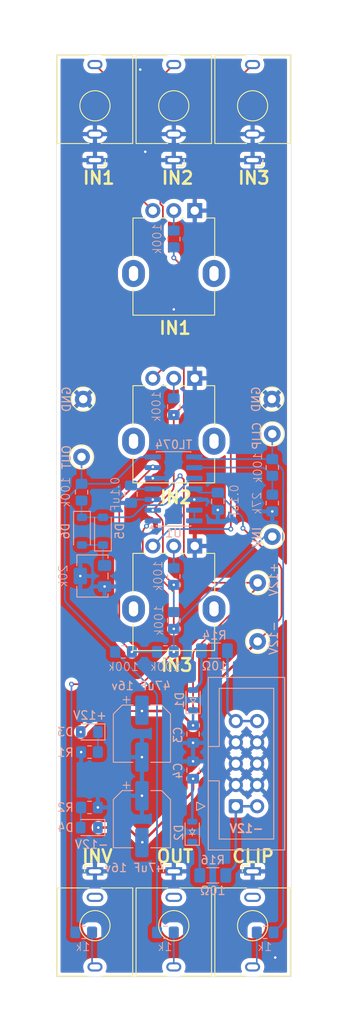
<source format=kicad_pcb>
(kicad_pcb (version 20241229) (generator "pcbnew") (generator_version "9.0")
  (layers (0 "F.Cu" signal) (4 "In1.Cu" signal) (6 "In2.Cu" signal) (2 "B.Cu" signal) (13 "F.Paste" user) (15 "B.Paste" user) (5 "F.SilkS" user "F.Silkscreen") (7 "B.SilkS" user "B.Silkscreen") (1 "F.Mask" user) (3 "B.Mask" user) (25 "Edge.Cuts" user))
  (net 0 "")
  (net 1 "GND")
  (net 2 "+12V")
  (net 3 "-12V")
  (net 4 "Net-(D1-A)")
  (net 5 "Net-(D2-K)")
  (net 6 "Net-(D3-K)")
  (net 7 "Net-(D4-A)")
  (net 8 "Net-(D5-K)")
  (net 9 "CLIP_DIODES")
  (net 10 "Net-(J2-PadT)")
  (net 11 "Net-(J3-PadT)")
  (net 12 "Net-(J4-PadT)")
  (net 13 "Net-(J5-PadT)")
  (net 15 "Net-(J6-PadT)")
  (net 17 "Net-(J7-PadT)")
  (net 19 "Net-(R3-Pad1)")
  (net 20 "Net-(U1A--)")
  (net 21 "Net-(R4-Pad1)")
  (net 22 "Net-(R5-Pad1)")
  (net 23 "INV_OUT")
  (net 24 "Net-(U1B--)")
  (net 25 "OUT")
  (net 26 "CLIP_OUT")
  (net 27 "Net-(U1C--)")
  (net 28 "Net-(U1D--)")
  (net 29 "Net-(J1-Pin_10)")
  (net 30 "Net-(J1-Pin_1)")
  (footprint "EurorackFootprints:Jack_3.5mm_WQP-PJ398SM_Vertical_Tight" (layer "F.Cu") (at 64 62.6 180)
    (property "Reference" "J3" (hide yes))
    (property "Value" "IN2")
  )
  (footprint "TestPoint:TestPoint_Keystone_5000-5004_Miniature" (layer "F.Cu") (at 74 120)
    (property "Reference" "TP2" (hide yes))
    (property "Value" "TP_-12V" (hide yes))
  )
  (footprint "Potentiometer_THT:Potentiometer_Alpha_RD901F-40-00D_Single_Vertical" (layer "F.Cu") (at 66.5 108.62 -90)
    (property "Reference" "RV3" (hide yes))
    (property "Value" "100k" (hide yes))
  )
  (footprint "EurorackFootprints:Jack_3.5mm_WQP-PJ398SM_Vertical_Tight" (layer "F.Cu") (at 54.6 147.42)
    (property "Reference" "J5" (hide yes))
    (property "Value" "INV OUT")
  )
  (footprint "EurorackFootprints:Jack_3.5mm_WQP-PJ398SM_Vertical_Tight" (layer "F.Cu") (at 73.4 62.6 180)
    (property "Reference" "J4" (hide yes))
    (property "Value" "IN3")
  )
  (footprint "TestPoint:TestPoint_Keystone_5000-5004_Miniature" (layer "F.Cu") (at 75.75 95.25)
    (property "Reference" "TP9" (hide yes))
    (property "Value" "TP_CLIP_OUT" (hide yes))
  )
  (footprint "TestPoint:TestPoint_Keystone_5000-5004_Miniature" (layer "F.Cu") (at 75.7 91.1)
    (property "Reference" "TP3" (hide yes))
    (property "Value" "TP_GND" (hide yes))
  )
  (footprint "TestPoint:TestPoint_Keystone_5000-5004_Miniature" (layer "F.Cu") (at 75.75 107.5)
    (property "Reference" "TP7" (hide yes))
    (property "Value" "TP_INV_OUT" (hide yes))
  )
  (footprint "EurorackFootprints:Jack_3.5mm_WQP-PJ398SM_Vertical_Tight" (layer "F.Cu") (at 73.4 147.42)
    (property "Reference" "J7" (hide yes))
    (property "Value" "CLIP OUT")
  )
  (footprint "EurorackFootprints:Jack_3.5mm_WQP-PJ398SM_Vertical_Tight" (layer "F.Cu") (at 64 147.42)
    (property "Reference" "J6" (hide yes))
    (property "Value" "OUT")
  )
  (footprint "Potentiometer_THT:Potentiometer_Alpha_RD901F-40-00D_Single_Vertical" (layer "F.Cu") (at 66.5 88.62 -90)
    (property "Reference" "RV2" (hide yes))
    (property "Value" "100k" (hide yes))
  )
  (footprint "TestPoint:TestPoint_Keystone_5000-5004_Miniature" (layer "F.Cu") (at 53 98)
    (property "Reference" "TP8" (hide yes))
    (property "Value" "TP_OUT" (hide yes))
  )
  (footprint "TestPoint:TestPoint_Keystone_5000-5004_Miniature" (layer "F.Cu") (at 74 113)
    (property "Reference" "TP1" (hide yes))
    (property "Value" "TP_+12V" (hide yes))
  )
  (footprint "Potentiometer_THT:Potentiometer_Alpha_RD901F-40-00D_Single_Vertical" (layer "F.Cu") (at 66.5 68.62 -90)
    (property "Reference" "RV1" (hide yes))
    (property "Value" "100k" (hide yes))
  )
  (footprint "TestPoint:TestPoint_Keystone_5000-5004_Miniature" (layer "F.Cu") (at 53.2 91.1)
    (property "Reference" "TP5" (hide yes))
    (property "Value" "TP_GND" (hide yes))
  )
  (footprint "EurorackFootprints:Jack_3.5mm_WQP-PJ398SM_Vertical_Tight" (layer "F.Cu") (at 54.6 62.6 180)
    (property "Reference" "J2" (hide yes))
    (property "Value" "IN1")
  )
  (footprint "EurorackFootprints:D_SOD-323F" (layer "B.Cu") (at 66.3 127 90)
    (property "Reference" "D1")
    (property "Value" "20V")
  )
  (footprint "Resistor_SMD:R_0805_2012Metric_Pad1.20x1.40mm_HandSolder" (layer "B.Cu") (at 63 154.7 180)
    (property "Reference" "R10" (hide yes))
    (property "Value" "1K" (hide yes))
  )
  (footprint "Resistor_SMD:R_0805_2012Metric_Pad1.20x1.40mm_HandSolder" (layer "B.Cu") (at 64 72 -90)
    (property "Reference" "R3" (hide yes))
    (property "Value" "100k" (hide yes))
  )
  (footprint "Resistor_SMD:R_0805_2012Metric_Pad1.20x1.40mm_HandSolder" (layer "B.Cu") (at 75.75 103.5 -90)
    (property "Reference" "R13" (hide yes))
    (property "Value" "27k" (hide yes))
  )
  (footprint "Capacitor_SMD:C_0805_2012Metric_Pad1.18x1.45mm_HandSolder" (layer "B.Cu") (at 66.3 131.05125 -90)
    (property "Reference" "C3")
    (property "Value" "0.1uF" (hide yes))
  )
  (footprint "Package_SO:SOIC-14_3.9x8.7mm_P1.27mm" (layer "B.Cu") (at 63.975 101.81)
    (property "Reference" "U1")
    (property "Value" "TL074")
  )
  (footprint "Resistor_SMD:R_0805_2012Metric_Pad1.20x1.40mm_HandSolder" (layer "B.Cu") (at 64 92 -90)
    (property "Reference" "R4" (hide yes))
    (property "Value" "100k" (hide yes))
  )
  (footprint "Capacitor_SMD:C_0805_2012Metric_Pad1.18x1.45mm_HandSolder" (layer "B.Cu") (at 69.25 103.2875 -90)
    (property "Reference" "C6" (hide yes))
    (property "Value" "0.1uF" (hide yes))
  )
  (footprint "LED_SMD:LED_0805_2012Metric_Pad1.15x1.40mm_HandSolder" (layer "B.Cu") (at 53.925 130.8 180)
    (property "Reference" "D3")
    (property "Value" "Red" (hide yes))
  )
  (footprint "Resistor_SMD:R_1206_3216Metric_Pad1.30x1.75mm_HandSolder" (layer "B.Cu") (at 68.85 121.1 180)
    (property "Reference" "R14")
    (property "Value" "10Ω")
  )
  (footprint "Resistor_SMD:R_0805_2012Metric_Pad1.20x1.40mm_HandSolder" (layer "B.Cu") (at 58 121.25 180)
    (property "Reference" "R8" (hide yes))
    (property "Value" "100k" (hide yes))
  )
  (footprint "Resistor_SMD:R_0805_2012Metric_Pad1.20x1.40mm_HandSolder" (layer "B.Cu") (at 53.9475 139.8 180)
    (property "Reference" "R2")
    (property "Value" "1k" (hide yes))
  )
  (footprint "Resistor_SMD:R_0805_2012Metric_Pad1.20x1.40mm_HandSolder" (layer "B.Cu") (at 64 112.25 -90)
    (property "Reference" "R5" (hide yes))
    (property "Value" "100k" (hide yes))
  )
  (footprint "Capacitor_SMD:CP_Elec_6.3x5.9" (layer "B.Cu") (at 60.2 131 -90)
    (property "Reference" "C1" (hide yes))
    (property "Value" "47uF 16v")
  )
  (footprint "Resistor_SMD:R_0805_2012Metric_Pad1.20x1.40mm_HandSolder" (layer "B.Cu") (at 53 102.2 -90)
    (property "Reference" "R15" (hide yes))
    (property "Value" "100k" (hide yes))
  )
  (footprint "EurorackFootprints:D_SOD-323F" (layer "B.Cu") (at 66.2 142.7 90)
    (property "Reference" "D2")
    (property "Value" "20V")
  )
  (footprint "Diode_SMD:D_SOD-123" (layer "B.Cu") (at 55.55 106.85 90)
    (property "Reference" "D5")
    (property "Value" "Signal" (hide yes))
  )
  (footprint "Potentiometer_SMD:Potentiometer_Bourns_3224W_Vertical" (layer "B.Cu") (at 54.3 112.2 90)
    (property "Reference" "RV4" (hide yes))
    (property "Value" "20k")
  )
  (footprint "Resistor_SMD:R_0805_2012Metric_Pad1.20x1.40mm_HandSolder" (layer "B.Cu") (at 53.9475 133.2 180)
    (property "Reference" "R1")
    (property "Value" "1k" (hide yes))
  )
  (footprint "Resistor_SMD:R_0805_2012Metric_Pad1.20x1.40mm_HandSolder" (layer "B.Cu") (at 75.75 99.25 90)
    (property "Reference" "R12" (hide yes))
    (property "Value" "100k" (hide yes))
  )
  (footprint "Resistor_SMD:R_0805_2012Metric_Pad1.20x1.40mm_HandSolder" (layer "B.Cu") (at 74.9 154.7)
    (property "Reference" "R11" (hide yes))
    (property "Value" "1K" (hide yes))
  )
  (footprint "Connector_IDC:IDC-Header_2x05_P2.54mm_Vertical" (layer "B.Cu") (at 71.4 139.66)
    (property "Reference" "J1" (hide yes))
    (property "Value" "Power Connector" (hide yes))
  )
  (footprint "Diode_SMD:D_SOD-123" (layer "B.Cu") (at 53.05 106.85 -90)
    (property "Reference" "D6")
    (property "Value" "Signal" (hide yes))
  )
  (footprint "Resistor_SMD:R_1206_3216Metric_Pad1.30x1.75mm_HandSolder" (layer "B.Cu") (at 68.65 147.9 180)
    (property "Reference" "R16")
    (property "Value" "10Ω")
  )
  (footprint "Resistor_SMD:R_0805_2012Metric_Pad1.20x1.40mm_HandSolder" (layer "B.Cu") (at 63 121.25 180)
    (property "Reference" "R7" (hide yes))
    (property "Value" "100k" (hide yes))
  )
  (footprint "Capacitor_SMD:C_0805_2012Metric_Pad1.18x1.45mm_HandSolder" (layer "B.Cu") (at 58.9 102.4375 -90)
    (property "Reference" "C5" (hide yes))
    (property "Value" "0.1uF" (hide yes))
  )
  (footprint "Resistor_SMD:R_0805_2012Metric_Pad1.20x1.40mm_HandSolder" (layer "B.Cu") (at 64 117.5 -90)
    (property "Reference" "R6" (hide yes))
    (property "Value" "100k" (hide yes))
  )
  (footprint "LED_SMD:LED_0805_2012Metric_Pad1.15x1.40mm_HandSolder" (layer "B.Cu") (at 53.925 142.2 180)
    (property "Reference" "D4")
    (property "Value" "Red" (hide yes))
  )
  (footprint "Capacitor_SMD:C_0805_2012Metric_Pad1.18x1.45mm_HandSolder" (layer "B.Cu") (at 66.3 135.3375 -90)
    (property "Reference" "C4")
    (property "Value" "0.1uF" (hide yes))
  )
  (footprint "Capacitor_SMD:CP_Elec_6.3x5.9" (layer "B.Cu") (at 60.2 141.2 -90)
    (property "Reference" "C2" (hide yes))
    (property "Value" "47uF 16v")
  )
  (footprint "Resistor_SMD:R_0805_2012Metric_Pad1.20x1.40mm_HandSolder" (layer "B.Cu") (at 53.256532 154.7 180)
    (property "Reference" "R9" (hide yes))
    (property "Value" "1K" (hide yes))
  )
  (gr_rect (start 50 50) (end 78 160) (stroke (width 0.05)) (fill no) (layer "Edge.Cuts"))
  (gr_text "INV" (at 52.9 146.5 0) (layer "F.SilkS") (effects (font (size 1.5 1.5) (thickness 0.3) (bold yes)) (justify left bottom)))
  (gr_text "CLIP" (at 70.8 146.5 0) (layer "F.SilkS") (effects (font (size 1.5 1.5) (thickness 0.3) (bold yes)) (justify left bottom)))
  (gr_text "OUT" (at 61.8 146.5 0) (layer "F.SilkS") (effects (font (size 1.5 1.5) (thickness 0.3) (bold yes)) (justify left bottom)))
  (gr_text "IN2" (at 62.4 65.6 0) (layer "F.SilkS") (effects (font (size 1.5 1.5) (thickness 0.3) (bold yes)) (justify left bottom)))
  (gr_text "IN2" (at 62.2 103.7 0) (layer "F.SilkS") (effects (font (size 1.5 1.5) (thickness 0.3) (bold yes)) (justify left bottom)))
  (gr_text "IN3" (at 62.3 123.7 0) (layer "F.SilkS") (effects (font (size 1.5 1.5) (thickness 0.3) (bold yes)) (justify left bottom)))
  (gr_text "IN1" (at 62.1 83.5 0) (layer "F.SilkS") (effects (font (size 1.5 1.5) (thickness 0.3) (bold yes)) (justify left bottom)))
  (gr_text "IN1\n" (at 53 65.6 0) (layer "F.SilkS") (effects (font (size 1.5 1.5) (thickness 0.3) (bold yes)) (justify left bottom)))
  (gr_text "IN3" (at 71.5 65.6 0) (layer "F.SilkS") (effects (font (size 1.5 1.5) (thickness 0.3) (bold yes)) (justify left bottom)))
  (gr_text "27k" (at 74.5 102.1 90) (layer "B.SilkS") (effects (font (size 1 1) (thickness 0.1)) (justify left bottom mirror)))
  (gr_text "-12V" (at 74.8 142.9 0) (layer "B.SilkS") (effects (font (size 1 1) (thickness 0.2) (bold yes)) (justify left bottom mirror)))
  (gr_text "100k" (at 62.8 115.6 90) (layer "B.SilkS") (effects (font (size 1 1) (thickness 0.1)) (justify left bottom mirror)))
  (gr_text "OUT\n" (at 51.8 96.5 90) (layer "B.SilkS") (effects (font (size 1 1)) (justify left bottom mirror)))
  (gr_text "-12V" (at 76.5 117.5 90) (layer "B.SilkS") (effects (font (size 1 1)) (justify left bottom mirror)))
  (gr_text "100k" (at 64.9 123.6 0) (layer "B.SilkS") (effects (font (size 1 1) (thickness 0.1)) (justify left bottom mirror)))
  (gr_text "CLIP" (at 74.5 93.75 90) (layer "B.SilkS") (effects (font (size 1 1)) (justify left bottom mirror)))
  (gr_text "-12V" (at 56.3 144.8 0) (layer "B.SilkS") (effects (font (size 1 1)) (justify left bottom mirror)))
  (gr_text "100k" (at 62.5 90.1 90) (layer "B.SilkS") (effects (font (size 1 1) (thickness 0.1)) (justify left bottom mirror)))
  (gr_text "1k" (at 54.1 157 0) (layer "B.SilkS") (effects (font (size 1 1) (thickness 0.1)) (justify left bottom mirror)))
  (gr_text "100k" (at 74.6 97.4 90) (layer "B.SilkS") (effects (font (size 1 1) (thickness 0.1)) (justify left bottom mirror)))
  (gr_text "GND" (at 51.8 89.5 90) (layer "B.SilkS") (effects (font (size 1 1)) (justify left bottom mirror)))
  (gr_text "0.1uF" (at 71.8 101.2 90) (layer "B.SilkS") (effects (font (size 1 1) (thickness 0.1)) (justify left bottom mirror)))
  (gr_text "100k" (at 51.7 100.3 90) (layer "B.SilkS") (effects (font (size 1 1) (thickness 0.1)) (justify left bottom mirror)))
  (gr_text "+12V" (at 76.5 110.5 90) (layer "B.SilkS") (effects (font (size 1 1)) (justify left bottom mirror)))
  (gr_text "+12V" (at 56.1 129.4 0) (layer "B.SilkS") (effects (font (size 1 1)) (justify left bottom mirror)))
  (gr_text "0.1uF" (at 57.6 100.3 90) (layer "B.SilkS") (effects (font (size 1 1) (thickness 0.1)) (justify left bottom mirror)))
  (gr_text "100k" (at 62.6 70.1 90) (layer "B.SilkS") (effects (font (size 1 1) (thickness 0.1)) (justify left bottom mirror)))
  (gr_text "1k" (at 75.8 157 0) (layer "B.SilkS") (effects (font (size 1 1) (thickness 0.1)) (justify left bottom mirror)))
  (gr_text "1k" (at 63.9 157 0) (layer "B.SilkS") (effects (font (size 1 1) (thickness 0.1)) (justify left bottom mirror)))
  (gr_text "100k" (at 62.7 110.3 90) (layer "B.SilkS") (effects (font (size 1 1) (thickness 0.1)) (justify left bottom mirror)))
  (gr_text "INV" (at 74.5 106.25 90) (layer "B.SilkS") (effects (font (size 1 1)) (justify left bottom mirror)))
  (gr_text "GND" (at 74.4 89.5 90) (layer "B.SilkS") (effects (font (size 1 1)) (justify left bottom mirror)))
  (gr_text "100k" (at 59.9 123.6 0) (layer "B.SilkS") (effects (font (size 1 1) (thickness 0.1)) (justify left bottom mirror)))
  (via (at 75.75 104.5) (size 0.6) (drill 0.3) (layers "F.Cu" "B.Cu") (net 1))
  (via (at 64 80.4) (size 0.6) (drill 0.3) (layers "F.Cu" "B.Cu") (net 1))
  (via (at 60.2 133.8) (size 0.6) (drill 0.3) (layers "F.Cu" "B.Cu") (net 1))
  (via (at 60.6 61.6) (size 0.6) (drill 0.3) (layers "F.Cu" "B.Cu") (net 1))
  (via (at 69.25 104.325) (size 0.6) (drill 0.3) (layers "F.Cu" "B.Cu") (net 1))
  (via (at 60.2 138.4) (size 0.6) (drill 0.3) (layers "F.Cu" "B.Cu") (net 1))
  (via (at 52.9475 133.2) (size 0.6) (drill 0.3) (layers "F.Cu" "B.Cu") (net 1))
  (via (at 66.45 103.08) (size 0.6) (drill 0.3) (layers "F.Cu" "B.Cu") (net 1))
  (via (at 54.9475 139.8) (size 0.6) (drill 0.3) (layers "F.Cu" "B.Cu") (net 1))
  (via (at 61.5 103.08) (size 0.6) (drill 0.3) (layers "F.Cu" "B.Cu") (net 1))
  (via (at 60 51.8) (size 0.6) (drill 0.3) (layers "F.Cu" "B.Cu") (net 1))
  (via (at 55.75 113.45) (size 0.6) (drill 0.3) (layers "F.Cu" "B.Cu") (net 1))
  (via (at 66.3 134.3) (size 0.6) (drill 0.3) (layers "F.Cu" "B.Cu") (net 1))
  (via (at 76.1 157.7) (size 0.6) (drill 0.3) (layers "F.Cu" "B.Cu") (net 1))
  (via (at 66.3 132.08875) (size 0.6) (drill 0.3) (layers "F.Cu" "B.Cu") (net 1))
  (via (at 61.5 100.54) (size 0.6) (drill 0.3) (layers "F.Cu" "B.Cu") (net 1))
  (via (at 52.85 112.2) (size 0.6) (drill 0.3) (layers "F.Cu" "B.Cu") (net 1))
  (segment (start 61.5 103.08) (end 59.295 103.08) (width 0.2) (layer "B.Cu") (net 1))
  (segment (start 59.295 103.08) (end 58.9 103.475) (width 0.2) (layer "B.Cu") (net 1))
  (segment (start 69.25 104.325) (end 68.297893 103.372893) (width 0.2) (layer "B.Cu") (net 1))
  (segment (start 67.590786 103.08) (end 66.45 103.08) (width 0.2) (layer "B.Cu") (net 1))
  (arc (start 68.297893 103.372893) (mid 67.97347 103.15612) (end 67.590786 103.08) (width 0.2) (layer "B.Cu") (net 1))
  (segment (start 65.201 109.308786) (end 65.201 100.701) (width 0.2) (layer "F.Cu") (net 2))
  (segment (start 74 113.529009) (end 74 113) (width 0.2) (layer "F.Cu") (net 2))
  (segment (start 60.2 128.3) (end 55.814214 128.3) (width 0.2) (layer "F.Cu") (net 2))
  (segment (start 66.3 130.01375) (end 66.3 121.643223) (width 0.2) (layer "F.Cu") (net 2))
  (segment (start 55.107107 128.592893) (end 52.9 130.8) (width 0.2) (layer "F.Cu") (net 2))
  (segment (start 60.2 128.3) (end 60.25 128.25) (width 0.2) (layer "F.Cu") (net 2))
  (segment (start 65.201 100.701) (end 64.75 100.25) (width 0.2) (layer "F.Cu") (net 2))
  (segment (start 68.185107 112.707107) (end 65.493893 110.015893) (width 0.2) (layer "F.Cu") (net 2))
  (segment (start 74 113) (end 68.892214 113) (width 0.2) (layer "F.Cu") (net 2))
  (segment (start 60.2 128.3) (end 64.172036 128.3) (width 0.3) (layer "F.Cu") (net 2))
  (segment (start 66.592893 120.936116) (end 74 113.529009) (width 0.2) (layer "F.Cu") (net 2))
  (segment (start 64.879143 128.592893) (end 66.3 130.01375) (width 0.3) (layer "F.Cu") (net 2))
  (via (at 60.2 128.3) (size 0.6) (drill 0.3) (layers "F.Cu" "B.Cu") (net 2))
  (via (at 52.9 130.8) (size 0.6) (drill 0.3) (layers "F.Cu" "B.Cu") (net 2))
  (via (at 64.75 100.25) (size 0.6) (drill 0.3) (layers "F.Cu" "B.Cu") (net 2))
  (via (at 66.3 130.01375) (size 0.6) (drill 0.3) (layers "F.Cu" "B.Cu") (net 2))
  (arc (start 68.185107 112.707107) (mid 68.50953 112.92388) (end 68.892214 113) (width 0.2) (layer "F.Cu") (net 2))
  (arc (start 65.201 109.308786) (mid 65.27712 109.691469) (end 65.493893 110.015893) (width 0.2) (layer "F.Cu") (net 2))
  (arc (start 55.814214 128.3) (mid 55.431531 128.37612) (end 55.107107 128.592893) (width 0.2) (layer "F.Cu") (net 2))
  (arc (start 66.3 121.643223) (mid 66.37612 121.26054) (end 66.592893 120.936116) (width 0.2) (layer "F.Cu") (net 2))
  (arc (start 64.172036 128.3) (mid 64.554719 128.37612) (end 64.879143 128.592893) (width 0.3) (layer "F.Cu") (net 2))
  (segment (start 59.31 101.81) (end 58.9 101.4) (width 0.2) (layer "B.Cu") (net 2))
  (segment (start 62.775786 101.81) (end 61.5 101.81) (width 0.2) (layer "B.Cu") (net 2))
  (segment (start 66.5 127.9) (end 66.4 127.9) (width 0.2) (layer "B.Cu") (net 2))
  (segment (start 66.3 130.01375) (end 66.3 128.1) (width 0.3) (layer "B.Cu") (net 2))
  (segment (start 61.5 101.81) (end 59.31 101.81) (width 0.2) (layer "B.Cu") (net 2))
  (segment (start 66.6 130) (end 66.5 130.1) (width 0.2) (layer "B.Cu") (net 2))
  (segment (start 60.2 128.2) (end 60.2 128.3) (width 0.2) (layer "B.Cu") (net 2))
  (segment (start 64.75 100.25) (end 63.482893 101.517107) (width 0.2) (layer "B.Cu") (net 2))
  (arc (start 62.775786 101.81) (mid 63.158469 101.73388) (end 63.482893 101.517107) (width 0.2) (layer "B.Cu") (net 2))
  (segment (start 69.292893 124.707107) (end 74 120) (width 0.3) (layer "F.Cu") (net 3))
  (segment (start 66.3 136.375) (end 68.707107 133.967893) (width 0.3) (layer "F.Cu") (net 3))
  (segment (start 60.25 143.95) (end 66.007107 138.192893) (width 0.3) (layer "F.Cu") (net 3))
  (segment (start 69 133.260786) (end 69 125.414214) (width 0.3) (layer "F.Cu") (net 3))
  (segment (start 55 142.2) (end 58.085786 142.2) (width 0.3) (layer "F.Cu") (net 3))
  (segment (start 76.849 116.736786) (end 76.849 111.513214) (width 0.2) (layer "F.Cu") (net 3))
  (segment (start 76.556107 110.806107) (end 72.25 106.5) (width 0.2) (layer "F.Cu") (net 3))
  (segment (start 74 120) (end 76.556107 117.443893) (width 0.2) (layer "F.Cu") (net 3))
  (segment (start 66.3 137.485786) (end 66.3 136.375) (width 0.3) (layer "F.Cu") (net 3))
  (segment (start 58.792893 142.492893) (end 60.25 143.95) (width 0.3) (layer "F.Cu") (net 3))
  (via (at 55 142.2) (size 0.6) (drill 0.3) (layers "F.Cu" "B.Cu") (net 3))
  (via (at 60.25 143.95) (size 0.6) (drill 0.3) (layers "F.Cu" "B.Cu") (net 3))
  (via (at 66.3 136.375) (size 0.6) (drill 0.3) (layers "F.Cu" "B.Cu") (net 3))
  (via (at 72.25 106.5) (size 0.6) (drill 0.3) (layers "F.Cu" "B.Cu") (net 3))
  (arc (start 68.707107 133.967893) (mid 68.92388 133.64347) (end 69 133.260786) (width 0.3) (layer "F.Cu") (net 3))
  (arc (start 76.849 111.513214) (mid 76.77288 111.130531) (end 76.556107 110.806107) (width 0.2) (layer "F.Cu") (net 3))
  (arc (start 69.292893 124.707107) (mid 69.07612 125.03153) (end 69 125.414214) (width 0.3) (layer "F.Cu") (net 3))
  (arc (start 66.007107 138.192893) (mid 66.22388 137.86847) (end 66.3 137.485786) (width 0.3) (layer "F.Cu") (net 3))
  (arc (start 58.085786 142.2) (mid 58.468469 142.27612) (end 58.792893 142.492893) (width 0.3) (layer "F.Cu") (net 3))
  (arc (start 76.849 116.736786) (mid 76.77288 117.119469) (end 76.556107 117.443893) (width 0.2) (layer "F.Cu") (net 3))
  (segment (start 72.25 106.5) (end 72.25 105.664214) (width 0.2) (layer "B.Cu") (net 3))
  (segment (start 66.2 136.475) (end 66.3 136.375) (width 0.2) (layer "B.Cu") (net 3))
  (segment (start 69.25 102.25) (end 67.304214 102.25) (width 0.2) (layer "B.Cu") (net 3))
  (segment (start 60.4 143.8) (end 60.2 144) (width 0.2) (layer "B.Cu") (net 3))
  (segment (start 54.95 142.2) (end 55 142.2) (width 0.2) (layer "B.Cu") (net 3))
  (segment (start 71.957107 104.957107) (end 69.25 102.25) (width 0.2) (layer "B.Cu") (net 3))
  (segment (start 66.2 141.6) (end 66.2 136.475) (width 0.3) (layer "B.Cu") (net 3))
  (segment (start 66.597107 101.957107) (end 66.45 101.81) (width 0.2) (layer "B.Cu") (net 3))
  (arc (start 67.304214 102.25) (mid 66.921531 102.17388) (end 66.597107 101.957107) (width 0.2) (layer "B.Cu") (net 3))
  (arc (start 72.25 105.664214) (mid 72.17388 105.281531) (end 71.957107 104.957107) (width 0.2) (layer "B.Cu") (net 3))
  (segment (start 67.3 121.1) (end 67.3 124.485786) (width 0.3) (layer "B.Cu") (net 4))
  (segment (start 67.007107 125.192893) (end 66.3 125.9) (width 0.3) (layer "B.Cu") (net 4))
  (arc (start 67.3 124.485786) (mid 67.22388 124.868469) (end 67.007107 125.192893) (width 0.3) (layer "B.Cu") (net 4))
  (segment (start 66.807107 144.407107) (end 66.2 143.8) (width 0.3) (layer "B.Cu") (net 5))
  (segment (start 67.1 147.9) (end 67.1 145.114214) (width 0.3) (layer "B.Cu") (net 5))
  (arc (start 66.807107 144.407107) (mid 67.02388 144.73153) (end 67.1 145.114214) (width 0.3) (layer "B.Cu") (net 5))
  (segment (start 54.95 133.1975) (end 54.9475 133.2) (width 0.2) (layer "B.Cu") (net 6))
  (segment (start 54.95 130.8) (end 54.95 133.1975) (width 0.2) (layer "B.Cu") (net 6))
  (segment (start 52.9 139.8475) (end 52.9475 139.8) (width 0.2) (layer "B.Cu") (net 7))
  (segment (start 52.9 142.2) (end 52.9 139.8475) (width 0.2) (layer "B.Cu") (net 7))
  (segment (start 55.55 108.5) (end 53.05 108.5) (width 0.2) (layer "B.Cu") (net 8))
  (segment (start 55.55 108.5) (end 55.55 110.75) (width 0.2) (layer "B.Cu") (net 8))
  (segment (start 66.103032 100.54) (end 66.45 100.54) (width 0.2) (layer "B.Cu") (net 9))
  (segment (start 59.325925 104.907107) (end 60.484032 103.749) (width 0.2) (layer "B.Cu") (net 9))
  (segment (start 53.05 105.2) (end 55.55 105.2) (width 0.2) (layer "B.Cu") (net 9))
  (segment (start 60.484032 103.749) (end 62.479818 103.749) (width 0.2) (layer "B.Cu") (net 9))
  (segment (start 55.75 105) (end 55.55 105.2) (width 0.2) (layer "B.Cu") (net 9))
  (segment (start 53 103.2) (end 53 105.15) (width 0.2) (layer "B.Cu") (net 9))
  (segment (start 55.55 105.2) (end 58.618818 105.2) (width 0.2) (layer "B.Cu") (net 9))
  (segment (start 66.45 100.54) (end 65.724968 100.54) (width 0.2) (layer "B.Cu") (net 9))
  (segment (start 63.186925 103.456107) (end 66.103032 100.54) (width 0.2) (layer "B.Cu") (net 9))
  (segment (start 55.731 105.019) (end 55.55 105.2) (width 0.2) (layer "B.Cu") (net 9))
  (arc (start 59.325925 104.907107) (mid 59.001502 105.12388) (end 58.618818 105.2) (width 0.2) (layer "B.Cu") (net 9))
  (arc (start 63.186925 103.456107) (mid 62.862502 103.67288) (end 62.479818 103.749) (width 0.2) (layer "B.Cu") (net 9))
  (segment (start 61.5 68.62) (end 58.68 65.8) (width 0.2) (layer "F.Cu") (net 10))
  (segment (start 58.68 55.28) (end 54.6 51.2) (width 0.2) (layer "F.Cu") (net 10))
  (segment (start 58.68 65.8) (end 58.68 55.28) (width 0.2) (layer "F.Cu") (net 10))
  (segment (start 62.393859 52.806141) (end 62.393859 67.815388) (width 0.2) (layer "F.Cu") (net 11))
  (segment (start 62.701 87.419) (end 61.5 88.62) (width 0.2) (layer "F.Cu") (net 11))
  (segment (start 64 51.2) (end 62.393859 52.806141) (width 0.2) (layer "F.Cu") (net 11))
  (segment (start 62.701 68.122529) (end 62.701 87.419) (width 0.2) (layer "F.Cu") (net 11))
  (segment (start 62.393859 67.815388) (end 62.701 68.122529) (width 0.2) (layer "F.Cu") (net 11))
  (segment (start 70.8 53.8) (end 70.8 106.6) (width 0.2) (layer "F.Cu") (net 12))
  (segment (start 73.4 51.2) (end 70.8 53.8) (width 0.2) (layer "F.Cu") (net 12))
  (via (at 70.8 106.6) (size 0.6) (drill 0.3) (layers "F.Cu" "B.Cu") (net 12))
  (segment (start 70.8 106.6) (end 63.52 106.6) (width 0.2) (layer "B.Cu") (net 12))
  (segment (start 63.52 106.6) (end 61.5 108.62) (width 0.2) (layer "B.Cu") (net 12))
  (segment (start 54.256532 154.7) (end 54.256532 158.476532) (width 0.2) (layer "B.Cu") (net 13))
  (segment (start 54.256532 158.476532) (end 54.6 158.82) (width 0.2) (layer "B.Cu") (net 13))
  (segment (start 64 154.7) (end 64 158.82) (width 0.2) (layer "B.Cu") (net 15))
  (segment (start 73.9 158.32) (end 73.4 158.82) (width 0.2) (layer "B.Cu") (net 17))
  (segment (start 73.9 154.7) (end 73.9 158.32) (width 0.2) (layer "B.Cu") (net 17))
  (segment (start 64 68.62) (end 64 71) (width 0.2) (layer "B.Cu") (net 19))
  (segment (start 64 93) (end 64 101.435786) (width 0.2) (layer "F.Cu") (net 20))
  (segment (start 63.707107 102.142893) (end 61.5 104.35) (width 0.2) (layer "F.Cu") (net 20))
  (segment (start 65.201 75.451) (end 65.201 91.799) (width 0.2) (layer "F.Cu") (net 20))
  (segment (start 62.993893 112.243893) (end 64 113.25) (width 0.2) (layer "F.Cu") (net 20))
  (segment (start 64 74.25) (end 65.201 75.451) (width 0.2) (layer "F.Cu") (net 20))
  (segment (start 65.201 91.799) (end 64 93) (width 0.2) (layer "F.Cu") (net 20))
  (segment (start 62.701 105.965214) (end 62.701 111.536786) (width 0.2) (layer "F.Cu") (net 20))
  (segment (start 61.5 104.35) (end 62.408107 105.258107) (width 0.2) (layer "F.Cu") (net 20))
  (via (at 64 113.25) (size 0.6) (drill 0.3) (layers "F.Cu" "B.Cu") (net 20))
  (via (at 64 93) (size 0.6) (drill 0.3) (layers "F.Cu" "B.Cu") (net 20))
  (via (at 61.5 104.35) (size 0.6) (drill 0.3) (layers "F.Cu" "B.Cu") (net 20))
  (via (at 64 74.25) (size 0.6) (drill 0.3) (layers "F.Cu" "B.Cu") (net 20))
  (arc (start 62.701 105.965214) (mid 62.62488 105.582531) (end 62.408107 105.258107) (width 0.2) (layer "F.Cu") (net 20))
  (arc (start 62.993893 112.243893) (mid 62.77712 111.91947) (end 62.701 111.536786) (width 0.2) (layer "F.Cu") (net 20))
  (arc (start 64 101.435786) (mid 63.92388 101.818469) (end 63.707107 102.142893) (width 0.2) (layer "F.Cu") (net 20))
  (segment (start 64 113.25) (end 64 116.5) (width 0.2) (layer "B.Cu") (net 20))
  (segment (start 64 73) (end 64 74.25) (width 0.2) (layer "B.Cu") (net 20))
  (segment (start 64 88.62) (end 64 91) (width 0.2) (layer "B.Cu") (net 21))
  (segment (start 64 108.62) (end 64 111.25) (width 0.2) (layer "B.Cu") (net 22))
  (segment (start 51.8 125.1) (end 59.735786 125.1) (width 0.2) (layer "F.Cu") (net 23))
  (segment (start 60.591893 110.691836) (end 64 114.099943) (width 0.2) (layer "F.Cu") (net 23))
  (segment (start 60.75 106.25) (end 60.591893 106.408107) (width 0.2) (layer "F.Cu") (net 23))
  (segment (start 64 114.099943) (end 64 118.5) (width 0.2) (layer "F.Cu") (net 23))
  (segment (start 60.442893 124.807107) (end 64 121.25) (width 0.2) (layer "F.Cu") (net 23))
  (segment (start 60.299 107.115214) (end 60.299 109.984729) (width 0.2) (layer "F.Cu") (net 23))
  (via (at 60.75 106.25) (size 0.6) (drill 0.3) (layers "F.Cu" "B.Cu") (net 23))
  (via (at 64 118.5) (size 0.6) (drill 0.3) (layers "F.Cu" "B.Cu") (net 23))
  (via (at 51.8 125.1) (size 0.6) (drill 0.3) (layers "F.Cu" "B.Cu") (net 23))
  (via (at 64 121.25) (size 0.6) (drill 0.3) (layers "F.Cu" "B.Cu") (net 23))
  (arc (start 60.591893 106.408107) (mid 60.37512 106.73253) (end 60.299 107.115214) (width 0.2) (layer "F.Cu") (net 23))
  (arc (start 60.591893 110.691836) (mid 60.37512 110.367413) (end 60.299 109.984729) (width 0.2) (layer "F.Cu") (net 23))
  (arc (start 59.735786 125.1) (mid 60.118469 125.02388) (end 60.442893 124.807107) (width 0.2) (layer "F.Cu") (net 23))
  (segment (start 64 121.25) (end 64 118.5) (width 0.2) (layer "B.Cu") (net 23))
  (segment (start 61.38 105.62) (end 60.75 106.25) (width 0.2) (layer "B.Cu") (net 23))
  (segment (start 74.810991 107.5) (end 64 118.310991) (width 0.2) (layer "B.Cu") (net 23))
  (segment (start 75.75 107.5) (end 74.810991 107.5) (width 0.2) (layer "B.Cu") (net 23))
  (segment (start 52.256532 154.7) (end 51.8 154.243468) (width 0.2) (layer "B.Cu") (net 23))
  (segment (start 51.8 154.243468) (end 51.8 125.1) (width 0.2) (layer "B.Cu") (net 23))
  (segment (start 57.792893 120.042893) (end 59 121.25) (width 0.2) (layer "F.Cu") (net 24))
  (segment (start 57.5 103.614214) (end 57.5 119.335786) (width 0.2) (layer "F.Cu") (net 24))
  (segment (start 61.5 99.2) (end 57.792893 102.907107) (width 0.2) (layer "F.Cu") (net 24))
  (via (at 59 121.25) (size 0.6) (drill 0.3) (layers "F.Cu" "B.Cu") (net 24))
  (via (at 61.5 99.2) (size 0.6) (drill 0.3) (layers "F.Cu" "B.Cu") (net 24))
  (arc (start 57.5 103.614214) (mid 57.57612 103.231531) (end 57.792893 102.907107) (width 0.2) (layer "F.Cu") (net 24))
  (arc (start 57.792893 120.042893) (mid 57.57612 119.71847) (end 57.5 119.335786) (width 0.2) (layer "F.Cu") (net 24))
  (segment (start 62 121.25) (end 59 121.25) (width 0.2) (layer "B.Cu") (net 24))
  (segment (start 61.5 99.27) (end 61.5 99.2) (width 0.2) (layer "B.Cu") (net 24))
  (segment (start 53 100.7) (end 52.75 100.95) (width 0.2) (layer "B.Cu") (net 25))
  (segment (start 51 114.835786) (end 51 103.614214) (width 0.2) (layer "B.Cu") (net 25))
  (segment (start 53 101.2) (end 56.314795 101.2) (width 0.2) (layer "B.Cu") (net 25))
  (segment (start 60.343223 98) (end 61.5 98) (width 0.2) (layer "B.Cu") (net 25))
  (segment (start 53 98) (end 53.3 98.3) (width 0.2) (layer "B.Cu") (net 25))
  (segment (start 57.021902 100.907107) (end 59.636116 98.292893) (width 0.2) (layer "B.Cu") (net 25))
  (segment (start 51.292893 102.907107) (end 53 101.2) (width 0.2) (layer "B.Cu") (net 25))
  (segment (start 51.292893 115.542893) (end 57 121.25) (width 0.2) (layer "B.Cu") (net 25))
  (segment (start 57 121.25) (end 61.707107 125.957107) (width 0.2) (layer "B.Cu") (net 25))
  (segment (start 62 126.664214) (end 62 154.7) (width 0.2) (layer "B.Cu") (net 25))
  (segment (start 53 98) (end 53 100.7) (width 0.2) (layer "B.Cu") (net 25))
  (arc (start 51 114.835786) (mid 51.07612 115.218469) (end 51.292893 115.542893) (width 0.2) (layer "B.Cu") (net 25))
  (arc (start 61.707107 125.957107) (mid 61.92388 126.28153) (end 62 126.664214) (width 0.2) (layer "B.Cu") (net 25))
  (arc (start 56.314795 101.2) (mid 56.697478 101.12388) (end 57.021902 100.907107) (width 0.2) (layer "B.Cu") (net 25))
  (arc (start 51 103.614214) (mid 51.07612 103.231531) (end 51.292893 102.907107) (width 0.2) (layer "B.Cu") (net 25))
  (arc (start 60.343223 98) (mid 59.96054 98.07612) (end 59.636116 98.292893) (width 0.2) (layer "B.Cu") (net 25))
  (segment (start 76.758107 99.258107) (end 75.75 98.25) (width 0.2) (layer "B.Cu") (net 26))
  (segment (start 75.75 98.25) (end 66.7 98.25) (width 0.2) (layer "B.Cu") (net 26))
  (segment (start 75.75 98.25) (end 75.75 95.25) (width 0.2) (layer "B.Cu") (net 26))
  (segment (start 77.051 153.134786) (end 77.051 99.965214) (width 0.2) (layer "B.Cu") (net 26))
  (segment (start 66.7 98.25) (end 66.45 98) (width 0.2) (layer "B.Cu") (net 26))
  (segment (start 75.9 154.7) (end 76.758107 153.841893) (width 0.2) (layer "B.Cu") (net 26))
  (arc (start 77.051 99.965214) (mid 76.97488 99.582531) (end 76.758107 99.258107) (width 0.2) (layer "B.Cu") (net 26))
  (arc (start 77.051 153.134786) (mid 76.97488 153.517469) (end 76.758107 153.841893) (width 0.2) (layer "B.Cu") (net 26))
  (segment (start 75.75 100.25) (end 75.75 102.5) (width 0.2) (layer "B.Cu") (net 27))
  (segment (start 75.75 100.25) (end 75.062893 99.562893) (width 0.2) (layer "B.Cu") (net 27))
  (segment (start 74.355786 99.27) (end 66.45 99.27) (width 0.2) (layer "B.Cu") (net 27))
  (arc (start 75.062893 99.562893) (mid 74.73847 99.34612) (end 74.355786 99.27) (width 0.2) (layer "B.Cu") (net 27))
  (segment (start 66.45 104.35) (end 66.45 105.62) (width 0.2) (layer "B.Cu") (net 28))
  (segment (start 71.4 129.5) (end 70.692893 128.792893) (width 0.3) (layer "B.Cu") (net 29))
  (segment (start 73.94 129.5) (end 71.4 129.5) (width 0.3) (layer "B.Cu") (net 29))
  (segment (start 70.4 128.085786) (end 70.4 121.1) (width 0.3) (layer "B.Cu") (net 29))
  (arc (start 70.4 128.085786) (mid 70.47612 128.468469) (end 70.692893 128.792893) (width 0.3) (layer "B.Cu") (net 29))
  (segment (start 71.107107 146.992893) (end 70.2 147.9) (width 0.3) (layer "B.Cu") (net 30))
  (segment (start 73.94 139.66) (end 71.4 139.66) (width 0.3) (layer "B.Cu") (net 30))
  (segment (start 71.4 139.66) (end 71.4 146.285786) (width 0.3) (layer "B.Cu") (net 30))
  (arc (start 71.107107 146.992893) (mid 71.32388 146.66847) (end 71.4 146.285786) (width 0.3) (layer "B.Cu") (net 30))
  (zone (net 1) (net_name "GND") (layer "F.Cu") (priority 2) (connect_pads (clearance 0.5)) (min_thickness 0.25) (fill yes (thermal_gap 0.5) (thermal_bridge_width 0.5))
    (polygon (pts (xy 79 49) (xy 49 49) (xy 49 161) (xy 79 161)))
  )
  (zone (net 1) (net_name "GND") (layer "B.Cu") (priority 3) (connect_pads (clearance 0.5)) (min_thickness 0.25) (fill yes (thermal_gap 0.5) (thermal_bridge_width 0.5))
    (polygon (pts (xy 79 49) (xy 49 49) (xy 49 161) (xy 79 161)))
  )
)
</source>
